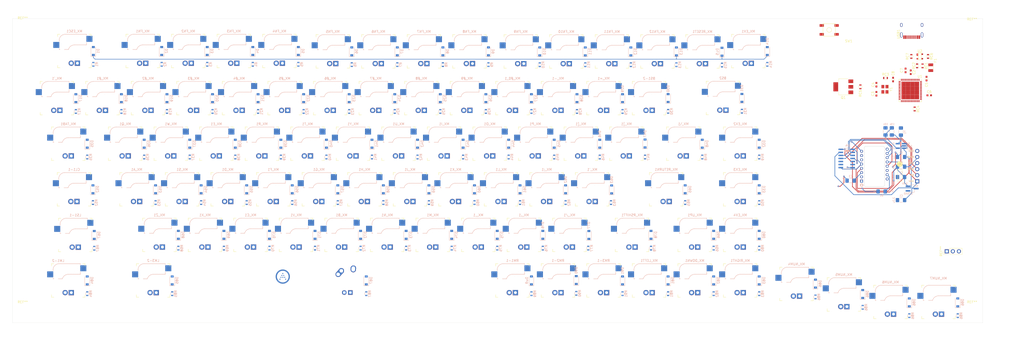
<source format=kicad_pcb>
(kicad_pcb (version 20211014) (generator pcbnew)
  (layers (0 "F.Cu" signal) (31 "B.Cu" signal) (34 "B.Paste" user) (35 "F.Paste" user) (36 "B.SilkS" user "B.Silkscreen") (37 "F.SilkS" user "F.Silkscreen") (38 "B.Mask" user) (39 "F.Mask" user) (44 "Edge.Cuts" user))
  (net 0 "")
  (net 1 "GND")
  (net 2 "VDD_5V")
  (net 3 "VDD_3.3V")
  (net 4 "Net-(C3-Pad1)")
  (net 5 "NCS_I")
  (net 6 "MOSI_I")
  (net 7 "SCLK_I")
  (net 8 "VDD_2V")
  (net 10 "SCLK")
  (net 11 "MOSI")
  (net 12 "MISO")
  (net 13 "NCS")
  (net 22 "Net-(IC1-Pad4)")
  (net 23 "Net-(R4-Pad2)")
  (footprint "keyswitches:Kailh_socket_MX_led" (layer "F.Cu") (at 358.185 276.95)
    (fp_text reference "MX_DOWN1")
    (fp_text value "Kailh_socket_MX_led")
  )
  (footprint "keyswitches:Kailh_socket_MX_led" (layer "F.Cu") (at 377.235 276.95)
    (fp_text reference "MX_RIGHT1")
    (fp_text value "Kailh_socket_MX_led")
  )
  (footprint "keyswitches:Kailh_socket_MX_led" (layer "F.Cu") (at 329.61 219.8)
    (fp_text reference "MX_]1")
    (fp_text value "Kailh_socket_MX_led")
  )
  (footprint "keyswitches:Kailh_socket_MX_led" (layer "F.Cu") (at 342.61 181.2)
    (fp_text reference "MX_FN12")
    (fp_text value "Kailh_socket_MX_led")
  )
  (footprint "Resistors_SMD:R_0603" (layer "F.Cu") (at 437.987239 192.318739 180)
    (fp_text reference "RC3")
    (fp_text value "10k")
  )
  (footprint "keyswitches:Kailh_socket_MX_led" (layer "F.Cu") (at 224.835 200.75)
    (fp_text reference "MX_#7")
    (fp_text value "Kailh_socket_MX_led")
  )
  (footprint "keyswitches:Kailh_socket_MX_led" (layer "F.Cu") (at 165.475 181.025394)
    (fp_text reference "MX_FN3")
    (fp_text value "Kailh_socket_MX_led")
  )
  (footprint "Capacitors_SMD:C_0603" (layer "F.Cu") (at 434.177239 195.112739 -90)
    (fp_text reference "C4")
    (fp_text value "22pF")
  )
  (footprint "Capacitors_SMD:C_0603" (layer "F.Cu") (at 455.132239 192.572739 90)
    (fp_text reference "C5")
    (fp_text value "1uF")
  )
  (footprint "Capacitors_SMD:C_0603" (layer "F.Cu") (at 441.162239 192.953739 90)
    (fp_text reference "C8")
    (fp_text value "0.1uF")
  )
  (footprint "keyswitches:Kailh_socket_MX_led" (layer "F.Cu") (at 153.3975 257.9)
    (fp_text reference "MX_X1")
    (fp_text value "Kailh_socket_MX_led")
  )
  (footprint "keyswitches:Kailh_socket_MX_led stab" (layer "F.Cu") (at 98.8 181.025394)
    (fp_text reference "MX_ESC1")
    (fp_text value "Kailh_socket_MX_led stab")
  )
  (footprint "keyswitches:Kailh_socket_MX_led" (layer "F.Cu") (at 191.4975 257.9)
    (fp_text reference "MX_V1")
    (fp_text value "Kailh_socket_MX_led")
  )
  (footprint "keyswitches:Kailh_socket_MX_led" (layer "F.Cu") (at 243.885 200.75)
    (fp_text reference "MX_#8")
    (fp_text value "Kailh_socket_MX_led")
  )
  (footprint "Capacitors_SMD:C_0603" (layer "F.Cu") (at 448.528239 189.905739 90)
    (fp_text reference "C2")
    (fp_text value "1uF")
  )
  (footprint "Resistors_SMD:R_0603" (layer "F.Cu") (at 451.195239 187.238739 -90)
    (fp_text reference "RC2")
    (fp_text value "22")
  )
  (footprint "Molex-0548190589:SKQG-1155865" (layer "F.Cu") (at 414.435 172.2)
    (fp_text reference "SW1")
    (fp_text value "SW_Push")
  )
  (footprint "keyswitches:Kailh_socket_MX_led" (layer "F.Cu") (at 143.8725 238.85)
    (fp_text reference "MX_S1")
    (fp_text value "Kailh_socket_MX_led")
  )
  (footprint "keyswitches:Kailh_socket_MX_led" (layer "F.Cu") (at 281.96 276.95)
    (fp_text reference "RM1-1")
    (fp_text value "Kailh_socket_MX_led")
  )
  (footprint "Capacitors_SMD:C_0603" (layer "F.Cu") (at 446.369239 189.143739 -90)
    (fp_text reference "C7")
    (fp_text value "0.1uF")
  )
  (footprint "keyswitches:Kailh_socket_MX_led" (layer "F.Cu") (at 291.51 219.8)
    (fp_text reference "MX_P1")
    (fp_text value "Kailh_socket_MX_led")
  )
  (footprint "keyswitches:Kailh_socket_MX_led" (layer "F.Cu") (at 258.1725 238.85)
    (fp_text reference "MX_K1")
    (fp_text value "Kailh_socket_MX_led")
  )
  (footprint "keyswitches:Kailh_socket_MX_led" (layer "F.Cu") (at 310.56 219.8)
    (fp_text reference "MX_[1")
    (fp_text value "Kailh_socket_MX_led")
  )
  (footprint "keyswitches:Kailh_socket_MX_led" (layer "F.Cu") (at 229.5975 257.9)
    (fp_text reference "MX_N1")
    (fp_text value "Kailh_socket_MX_led")
  )
  (footprint "Resistors_SMD:R_0603" (layer "F.Cu") (at 448.782239 183.301739 -90)
    (fp_text reference "RC7")
    (fp_text value "5k1")
  )
  (footprint "Crystals:Crystal_SMD_3225-4pin_3.2x2.5mm" (layer "F.Cu") (at 437.733239 197.017739 90)
    (fp_text reference "Y1")
    (fp_text value "16MHz")
  )
  (footprint "TO_SOT_Packages_SMD:SOT-223-3_TabPin2" (layer "F.Cu") (at 420.333989 195.996989 180)
    (fp_text reference "Q1")
    (fp_text value "DSS60601MZ4-13")
  )
  (footprint "keyswitches:Kailh_socket_MX_led" (layer "F.Cu") (at 225.9075 181.165397)
    (fp_text reference "MX_FN6")
    (fp_text value "Kailh_socket_MX_led")
  )
  (footprint "keyswitches:Kailh_socket_MX_led" (layer "F.Cu") (at 320.085 276.95)
    (fp_text reference "RM3-1")
    (fp_text value "Kailh_socket_MX_led")
  )
  (footprint "keyswitches:Kailh_socket_MX_led" (layer "F.Cu") (at 286.7475 257.9)
    (fp_text reference "MX_.1")
    (fp_text value "Kailh_socket_MX_led")
  )
  (footprint "keyswitches:Kailh_socket_MX_led" (layer "F.Cu") (at 239.1225 238.85)
    (fp_text reference "MX_J1")
    (fp_text value "Kailh_socket_MX_led")
  )
  (footprint "keyswitches:Kailh_socket_MX_led" (layer "F.Cu") (at 148.635 200.75)
    (fp_text reference "MX_#3")
    (fp_text value "Kailh_socket_MX_led")
  )
  (footprint "keyswitches:Kailh_socket_MX_led" (layer "F.Cu") (at 331.99125 257.9)
    (fp_text reference "MX_RSHIFT1")
    (fp_text value "Kailh_socket_MX_led")
  )
  (footprint "keyswitches:Kailh_socket_MX_led" (layer "F.Cu") (at 96.2475 276.95)
    (fp_text reference "LM1-2")
    (fp_text value "MX-1.5U")
  )
  (footprint "keyswitches:Kailh_socket_MX_led" (layer "F.Cu") (at 301.035 200.75)
    (fp_text reference "MX_-1")
    (fp_text value "Kailh_socket_MX_led")
  )
  (footprint "keyswitches:Kailh_socket_MX_led" (layer "F.Cu") (at 110.535 200.75)
    (fp_text reference "MX_#1")
    (fp_text value "Kailh_socket_MX_led")
  )
  (footprint "keyswitches:Kailh_socket_MX_led" (layer "F.Cu") (at 98.62875 238.85)
    (fp_text reference "CL1-1")
    (fp_text value "Kailh_socket_MX_led")
  )
  (footprint "Capacitors_SMD:C_0603" (layer "F.Cu") (at 456.275239 199.557739)
    (fp_text reference "C6")
    (fp_text value "0.1uF")
  )
  (footprint "keyswitches:Kailh_socket_MX_led" (layer "F.Cu") (at 177.21 219.8)
    (fp_text reference "MX_R1")
    (fp_text value "Kailh_socket_MX_led")
  )
  (footprint "keyswitches:Kailh_socket_MX_led" (layer "F.Cu") (at 124.8225 238.85)
    (fp_text reference "MX_A1")
    (fp_text value "Kailh_socket_MX_led")
  )
  (footprint "keyswitches:Kailh_socket_MX_led" (layer "F.Cu") (at 304.51 181.2)
    (fp_text reference "MX_FN10")
    (fp_text value "Kailh_socket_MX_led")
  )
  (footprint "keyswitches:Kailh_socket_MX_led" (layer "F.Cu") (at 380.6075 181.090003)
    (fp_text reference "MX_EX1")
    (fp_text value "Kailh_socket_MX_led")
  )
  (footprint "Resistors_SMD:R_0603" (layer "F.Cu") (at 453.481239 187.238739 90)
    (fp_text reference "RC1")
    (fp_text value "22")
  )
  (footprint "keyswitches:Kailh_socket_MX_led stab" (layer "F.Cu") (at 346.27875 238.85)
    (fp_text reference "MX_RETURN1")
    (fp_text value "Kailh_socket_MX_led stab")
  )
  (footprint "keyswitches:Kailh_socket_MX_led" (layer "F.Cu") (at 400.7746 278.41)
    (fp_text reference "MX_NUM4")
    (fp_text value "Kailh_socket_MX_led")
  )
  (footprint "keyswitches:Kailh_socket_MX_led" (layer "F.Cu") (at 205.785 200.75)
    (fp_text reference "MX_#6")
    (fp_text value "Kailh_socket_MX_led")
  )
  (footprint "keyswitches:Kailh_socket_MX_led" (layer "F.Cu") (at 248.6475 257.9)
    (fp_text reference "MX_M1")
    (fp_text value "Kailh_socket_MX_led")
  )
  (footprint "Housings_DFN_QFN:QFN-64-1EP_9x9mm_Pitch0.5mm" (layer "F.Cu") (at 448.337739 197.525739 -90)
    (fp_text reference "U1")
    (fp_text value "AT90USB1286-AU")
  )
  (footprint "keyswitches:Kailh_socket_MX_led" (layer "F.Cu") (at 120.06 219.8)
    (fp_text reference "MX_Q1")
    (fp_text value "Kailh_socket_MX_led")
  )
  (footprint "keyswitches:Kailh_socket_MX_led" (layer "F.Cu") (at 131.7725 276.95)
    (fp_text reference "LM3-2")
    (fp_text value "Kailh_socket_MX_led")
  )
  (footprint "keyswitches:Kailh_socket_MX_led" (layer "F.Cu") (at 377.235 257.9)
    (fp_text reference "MX_EX4")
    (fp_text value "Kailh_socket_MX_led")
  )
  (footprint "keyswitches:Kailh_socket_MX_led" (layer "F.Cu") (at 146.425 181.025394)
    (fp_text reference "MX_FN2")
    (fp_text value "Kailh_socket_MX_led")
  )
  (footprint "keyswitches:Kailh_socket_MX_led" (layer "F.Cu") (at 277.2225 238.85)
    (fp_text reference "MX_L1")
    (fp_text value "Kailh_socket_MX_led")
  )
  (footprint "Resistors_SMD:R_0603" (layer "F.Cu") (at 455.767239 183.301739 -90)
    (fp_text reference "RC6")
    (fp_text value "5k1")
  )
  (footprint "keyswitches:Kailh_socket_MX_led stab" (layer "F.Cu") (at 369.9975 200.64375)
    (fp_text reference "BS2")
    (fp_text value "Kailh_socket_MX_led stab")
  )
  (footprint "keyswitches:Kailh_socket_MX_led" (layer "F.Cu") (at 139.11 219.8)
    (fp_text reference "MX_W1")
    (fp_text value "Kailh_socket_MX_led")
  )
  (footprint "keyswitches:Kailh_socket_MX_led" (layer "F.Cu") (at 296.2725 238.85)
    (fp_text reference "MX_;1")
    (fp_text value "Kailh_socket_MX_led")
  )
  (footprint "keyswitches:Kailh_socket_MX_led" (layer "F.Cu") (at 264.0075 181.165397)
    (fp_text reference "MX_FN8")
    (fp_text value "Kailh_socket_MX_led")
  )
  (footprint "keyswitches:Kailh_socket_MX_led" (layer "F.Cu") (at 262.935 200.75)
    (fp_text reference "MX_#9")
    (fp_text value "Kailh_socket_MX_led")
  )
  (footprint "MountingHole:MountingHole_3.2mm_M3" (layer "F.Cu") (at 474.185 290.2)
    (fp_text reference "REF**")
    (fp_text value "MountingHole_3.2mm_M3")
  )
  (footprint "" (layer "F.Cu") (at 432.429989 204.750987)
    (fp_text reference "")
    (fp_text value "")
  )
  (footprint "keyswitches:Kailh_socket_MX_led" (layer "F.Cu") (at 134.3475 257.9)
    (fp_text reference "MX_Z1")
    (fp_text value "Kailh_socket_MX_led")
  )
  (footprint "keyswitches:Kailh_socket_MX_led" (layer "F.Cu") (at 377.235 238.85)
    (fp_text reference "MX_EX3")
    (fp_text value "Kailh_socket_MX_led")
  )
  (footprint "keyswitches:Kailh_socket_MX_led" (layer "F.Cu") (at 91.485 200.75)
    (fp_text reference "MX_`1")
    (fp_text value "Kailh_socket_MX_led")
  )
  (footprint "keyswitches:Kailh_socket_MX_led" (layer "F.Cu") (at 186.735 200.75)
    (fp_text reference "MX_#5")
    (fp_text value "Kailh_socket_MX_led")
  )
  (footprint "keyswitches:Kailh_socket_MX_led" (layer "F.Cu") (at 210.5475 257.9)
    (fp_text reference "MX_B1")
    (fp_text value "Kailh_socket_MX_led")
  )
  (footprint "keyswitches:Kailh_socket_MX_led" (layer "F.Cu") (at 253.41 219.8)
    (fp_text reference "MX_I1")
    (fp_text value "Kailh_socket_MX_led")
  )
  (footprint "keyswitches:Kailh_socket_MX_led" (layer "F.Cu") (at 315.3225 238.85)
    (fp_text reference "MX_'1")
    (fp_text value "Kailh_socket_MX_led")
  )
  (footprint "keyswitches:Kailh_socket_MX_led" (layer "F.Cu") (at 234.36 219.8)
    (fp_text reference "MX_U1")
    (fp_text value "Kailh_socket_MX_led")
  )
  (footprint "MountingHole:MountingHole_3.2mm_M3" (layer "F.Cu") (at 474.185 171.95)
    (fp_text reference "REF**")
    (fp_text value "MountingHole_3.2mm_M3")
  )
  (footprint "Capacitors_SMD:C_0603" (layer "F.Cu") (at 434.177239 198.922739 90)
    (fp_text reference "C3")
    (fp_text value "22pF")
  )
  (footprint "keyswitches:Kailh_socket_MX_led" (layer "F.Cu") (at 162.9225 238.85)
    (fp_text reference "MX_D1")
    (fp_text value "Kailh_socket_MX_led")
  )
  (footprint "MX_Alps_Hybrid:MX-6.25U-ReversedStabilizers" (layer "F.Cu") (at 212.92875 276.95)
    (fp_text reference "SP1")
    (fp_text value "MX-6.25U")
  )
  (footprint "keyswitches:Kailh_socket_MX_led" (layer "F.Cu") (at 361.435 181.2)
    (fp_text reference "MX_RESET1")
    (fp_text value "Kailh_socket_MX_led")
  )
  (footprint "keyswitches:Kailh_socket_MX_led" (layer "F.Cu") (at 305.7975 257.9)
    (fp_text reference "MX_/1")
    (fp_text value "Kailh_socket_MX_led")
  )
  (footprint "keyswitches:Kailh_socket_MX_led" (layer "F.Cu") (at 460.1346 285.95)
    (fp_text reference "MX_NUM7")
    (fp_text value "Kailh_socket_MX_led")
  )
  (footprint "keyswitches:Kailh_socket_MX_led" (layer "F.Cu") (at 339.135 276.95)
    (fp_text reference "MX_LEFT1")
    (fp_text value "Kailh_socket_MX_led")
  )
  (footprint "keyswitches:Kailh_socket_MX_led" (layer "F.Cu") (at 181.9725 238.85)
    (fp_text reference "MX_F1")
    (fp_text value "Kailh_socket_MX_led")
  )
  (footprint "keyswitches:Kailh_socket_MX_led" (layer "F.Cu") (at 184.525 181.025394)
    (fp_text reference "MX_FN4")
    (fp_text value "Kailh_socket_MX_led")
  )
  (footprint "keyswitches:Kailh_socket_MX_led" (layer "F.Cu") (at 440.07 285.95)
    (fp_text reference "MX_NUM6")
    (fp_text value "Kailh_socket_MX_led")
  )
  (footprint "Connector_PinHeader_2.54mm:PinHeader_1x06_P2.54mm_Vertical" (layer "F.Cu") (at 451.249 222.812)
    (fp_text reference "J1" hide)
    (fp_text value "Conn_01x06_Female")
  )
  (footprint "keyswitches:Kailh_socket_MX_led" (layer "F.Cu") (at 281.985 200.75)
    (fp_text reference "MX_#0_1")
    (fp_text value "Kailh_socket_MX_led")
  )
  (footprint "Connector_PinHeader_2.54mm:PinHeader_1x03_P2.54mm_Vertical" (layer "F.Cu") (at 463.597011 264.793012 90)
    (fp_text reference "REF**")
    (fp_text value "PinHeader_1x03_P2.54mm_Vertical")
  )
  (footprint "keyswitches:Kailh_socket_MX_led" (layer "F.Cu") (at 127.375 181.025394)
    (fp_text reference "MX_FN1")
    (fp_text value "Kailh_socket_MX_led")
  )
  (footprint "Fuse_Holders_and_Fuses:Fuse_SMD1206_Reflow" (layer "F.Cu") (at 456.910239 188.000739 90)
    (fp_text reference "F1")
    (fp_text value "500mA")
  )
  (footprint "keyswitches:Kailh_socket_MX_led stab" (layer "F.Cu") (at 99.185 257.95)
    (fp_text reference "LS1-1")
    (fp_text value "Kailh_socket_MX_led stab")
  )
  (footprint "keyswitches:Kailh_socket_MX_led" (layer "F.Cu") (at 323.56 181.2)
    (fp_text reference "MX_FN11")
    (fp_text value "Kailh_socket_MX_led")
  )
  (footprint "keyswitches:Kailh_socket_MX_led" (layer "F.Cu") (at 320.085 200.75)
    (fp_text reference "MX_=1")
    (fp_text value "Kailh_socket_MX_led")
  )
  (footprint "keyswitches:Kailh_socket_MX_led" (layer "F.Cu") (at 285.46 181.2)
    (fp_text reference "MX_FN9")
    (fp_text value "Kailh_socket_MX_led")
  )
  (footprint "keyswitches:Kailh_socket_MX_led" (layer "F.Cu") (at 301.035 276.95)
    (fp_text reference "RM2-1")
    (fp_text value "Kailh_socket_MX_led")
  )
  (footprint "keyswitches:Kailh_socket_MX_led" (layer "F.Cu") (at 244.9575 181.165397)
    (fp_text reference "MX_FN7")
    (fp_text value "Kailh_socket_MX_led")
  )
  (footprint "keyswitches:Kailh_socket_MX_led" (layer "F.Cu") (at 196.26 219.8)
    (fp_text reference "MX_T1")
    (fp_text value "Kailh_socket_MX_led")
  )
  (footprint "keyswitches:Kailh_socket_MX_led" (layer "F.Cu") (at 358.185 257.9)
    (fp_text reference "MX_UP1")
    (fp_text value "Kailh_socket_MX_led")
  )
  (footprint "keyswitches:Kailh_socket_MX_led" (layer "F.Cu") (at 215.31 219.8)
    (fp_text reference "MX_Y1")
    (fp_text value "Kailh_socket_MX_led")
  )
  (footprint "keyswitches:Kailh_socket_MX_led" (layer "F.Cu") (at 272.46 219.8)
    (fp_text reference "MX_O1")
    (fp_text value "Kailh_socket_MX_led")
  )
  (footprint "locallib:SOT143B" (layer "F.Cu") (at 452.338239 183.301739 -90)
    (fp_text reference "U2")
    (fp_text value "PRTR5V0U2X")
  )
  (footprint "MountingHole:MountingHole_3.2mm_M3" (layer "F.Cu") (at 77.185 290.2)
    (fp_text reference "REF**")
    (fp_text value "MountingHole_3.2mm_M3")
  )
  (footprint "keyswitches:Kailh_socket_MX_led" (layer "F.Cu") (at 96.2475 219.8)
    (fp_text reference "MX_TAB1")
    (fp_text value "Kailh_socket_MX_led")
  )
  (footprint "keyswitches:Kailh_socket_MX_led" (layer "F.Cu") (at 267.6975 257.9)
    (fp_text reference "MX_,1")
    (fp_text value "Kailh_socket_MX_led")
  )
  (footprint "keyswitches:Kailh_socket_MX_led" (layer "F.Cu") (at 167.685 200.75)
    (fp_text reference "MX_#4")
    (fp_text value "Kailh_socket_MX_led")
  )
  (footprint "keyswitches:Kailh_socket_MX_led" (layer "F.Cu") (at 220.0725 238.85)
    (fp_text reference "MX_H1")
    (fp_text value "Kailh_socket_MX_led")
  )
  (footprint "keyswitches:Kailh_socket_MX_led" (layer "F.Cu") (at 420.57 282.8046)
    (fp_text reference "MX_NUM5")
    (fp_text value "Kailh_socket_MX_led")
  )
  (footprint "keyswitches:Kailh_socket_MX_led" (layer "F.Cu") (at 339.135 200.75)
    (fp_text reference "BS1-2")
    (fp_text value "Kailh_socket_MX_led")
  )
  (footprint "keyswitches:Kailh_socket_MX_led" (layer "F.Cu") (at 172.4475 257.9)
    (fp_text reference "MX_C1")
    (fp_text value "Kailh_socket_MX_led")
  )
  (footprint "keyswitches:Kailh_socket_MX_led" (layer "F.Cu") (at 377.235 219.8)
    (fp_text reference "MX_EX2")
    (fp_text value "Kailh_socket_MX_led")
  )
  (footprint "keyswitches:Kailh_socket_MX_led" (layer "F.Cu") (at 353.4225 219.8)
    (fp_text reference "MX_\\1")
    (fp_text value "Kailh_socket_MX_led")
  )
  (footprint "Resistors_SMD:R_0603" (layer "F.Cu") (at 427.477739 195.996989 -90)
    (fp_text reference "RC5")
    (fp_text value "1.5k")
  )
  (footprint "keyswitches:Kailh_socket_MX_led" (layer "F.Cu") (at 158.16 219.8)
    (fp_text reference "MX_E1")
    (fp_text value "Kailh_socket_MX_led")
  )
  (footprint "MountingHole:MountingHole_3.2mm_M3" (layer "F.Cu") (at 77.185 171.45)
    (fp_text reference "REF**")
    (fp_text value "MountingHole_3.2mm_M3")
  )
  (footprint "keyswitches:Kailh_socket_MX_led" (layer "F.Cu") (at 129.585 200.75)
    (fp_text reference "MX_#2")
    (fp_text value "Kailh_socket_MX_led")
  )
  (footprint "Resistors_SMD:R_0603" (layer "F.Cu") (at 450.179239 205.272739 -90)
    (fp_text reference "RC4")
    (fp_text value "1k")
  )
  (footprint "Type-C:HRO-TYPE-C-31-M-12-Assembly" (layer "F.Cu") (at 448.935 167.5375 180)
    (fp_text reference "USB1")
    (fp_text value "HRO-TYPE-C-31-M-12")
  )
  (footprint "keyswitches:Kailh_socket_MX_led" (layer "F.Cu") (at 206.8575 181.165397)
    (fp_text reference "MX_FN5")
    (fp_text value "Kailh_socket_MX_led")
  )
  (footprint "keyswitches:Kailh_socket_MX_led" (layer "F.Cu") (at 201.0225 238.85)
    (fp_text reference "MX_G1")
    (fp_text value "Kailh_socket_MX_led")
  )
  (footprint "local:DIP-16_W10.16mm" (layer "B.Cu") (at 429.085 236.95)
    (fp_text reference "U2" hide)
    (fp_text value "PMW3360DM-T2QU")
  )
  (footprint "Resistor_SMD:R_1206_3216Metric_Pad1.42x1.75mm_HandSolder" (layer "B.Cu") (at 444.484 229.406)
    (fp_text reference "R1")
    (fp_text value "10k")
  )
  (footprint "Resistors_SMD:R_0603" (layer "B.Cu") (at 304.21 244.40625 90)
    (fp_text reference "R62")
    (fp_text value "1k")
  )
  (footprint "Resistors_SMD:R_0603" (layer "B.Cu") (at 247.06 244.40625 90)
    (fp_text reference "R59")
    (fp_text value "1k")
  )
  (footprint "Resistors_SMD:R_0603" (layer "B.Cu") (at 173.4125 186.581644 90)
    (fp_text reference "R4")
    (fp_text value "1k")
  )
  (footprint "Resistors_SMD:R_0603" (layer "B.Cu") (at 232.7725 206.30625 90)
    (fp_text reference "R24")
    (fp_text value "1k")
  )
  (footprint "Diodes_SMD:D_SOD-123" (layer "B.Cu") (at 361.36 219.8 90)
    (fp_text reference "D48")
    (fp_text value "SOD-323")
  )
  (footprint "Resistors_SMD:R_0603" (layer "B.Cu") (at 428.4425 288.1946 90)
    (fp_text reference "R86")
    (fp_text value "1k")
  )
  (footprint "Resistors_SMD:R_0603" (layer "B.Cu") (at 135.3125 186.581644 90)
    (fp_text reference "R2")
    (fp_text value "1k")
  )
  (footprint "Resistors_SMD:R_0603" (layer "B.Cu") (at 223.2475 225.35625 90)
    (fp_text reference "R41")
    (fp_text value "1k")
  )
  (footprint "Diodes_SMD:D_SOD-123" (layer "B.Cu") (at 213.7225 200.75 90)
    (fp_text reference "D23")
    (fp_text value "SOD-323")
  )
  (footprint "Resistors_SMD:R_0603" (layer "B.Cu") (at 293.3975 186.75625 90)
    (fp_text reference "R10")
    (fp_text value "1k")
  )
  (footprint "Diodes_SMD:D_SOD-123" (layer "B.Cu") (at 347.085 200.7 90)
    (fp_text reference "D30")
    (fp_text value "SOD-323")
  )
  (footprint "Resistors_SMD:R_0603" (layer "B.Cu") (at 107.1225 263.50625 90)
    (fp_text reference "R67")
    (fp_text value "1k")
  )
  (footprint "Diodes_SMD:D_SOD-123" (layer "B.Cu") (at 285.16 238.85 90)
    (fp_text reference "D61")
    (fp_text value "SOD-323")
  )
  (footprint "Resistors_SMD:R_0603" (layer "B.Cu") (at 313.685 263.45 90)
    (fp_text reference "R77")
    (fp_text value "1k")
  )
  (footprint "Diodes_SMD:D_SOD-123" (layer "B.Cu") (at 293.3975 181.2 90)
    (fp_text reference "D10")
    (fp_text value "SOD-323")
  )
  (footprint "Resistors_SMD:R_0603" (layer "B.Cu") (at 251.8225 206.30625 90)
    (fp_text reference "R25")
    (fp_text value "1k")
  )
  (footprint "local:SOIC127P600X175-14N" (layer "B.Cu") (at 421.774 225.962 180)
    (fp_text reference "U4")
    (fp_text value "TXS0104EDR")
  )
  (footprint "Capacitor_SMD:C_1206_3216Metric_Pad1.42x1.75mm_HandSolder" (layer "B.Cu") (at 423.402 235.248 180)
    (fp_text reference "C3")
    (fp_text value "4.7uF")
  )
  (footprint "Resistors_SMD:R_0603" (layer "B.Cu") (at 369.6075 186.896253 90)
    (fp_text reference "R15")
    (fp_text value "1k")
  )
  (footprint "Resistors_SMD:R_0603" (layer "B.Cu") (at 104.185 225.35625 90)
    (fp_text reference "R35")
    (fp_text value "1k")
  )
  (footprint "Resistors_SMD:R_0603" (layer "B.Cu") (at 175.6225 206.30625 90)
    (fp_text reference "R21")
    (fp_text value "1k")
  )
  (footprint "Diodes_SMD:D_SOD-123" (layer "B.Cu") (at 369.6075 181.340003 90)
    (fp_text reference "D15")
    (fp_text value "SOD-323")
  )
  (footprint "Diodes_SMD:D_SOD-123" (layer "B.Cu") (at 247.06 238.85 90)
    (fp_text reference "D59")
    (fp_text value "SOD-323")
  )
  (footprint "Resistors_SMD:R_0603" (layer "B.Cu") (at 147.0475 225.35625 90)
    (fp_text reference "R37")
    (fp_text value "1k")
  )
  (footprint "Resistors_SMD:R_0603" (layer "B.Cu") (at 242.2975 225.35625 90)
    (fp_text reference "R42")
    (fp_text value "1k")
  )
  (footprint "Diodes_SMD:D_SOD-123" (layer "B.Cu") (at 289.935 276.95 90)
    (fp_text reference "D89")
    (fp_text value "SOD-323")
  )
  (footprint "Diodes_SMD:D_SOD-123" (layer "B.Cu") (at 175.6225 200.75 90)
    (fp_text reference "D21")
    (fp_text value "SOD-323")
  )
  (footprint "Resistors_SMD:R_0603" (layer "B.Cu") (at 266.11 244.40625 90)
    (fp_text reference "R60")
    (fp_text value "1k")
  )
  (footprint "Resistors_SMD:R_0603" (layer "B.Cu") (at 285.16 244.40625 90)
    (fp_text reference "R61")
    (fp_text value "1k")
  )
  (footprint "Package_TO_SOT_SMD:TSOT-23_HandSoldering" (layer "B.Cu") (at 449.124 238.562)
    (fp_text reference "U1")
    (fp_text value "XC6206P332MR")
  )
  (footprint "Diodes_SMD:D_SOD-123" (layer "B.Cu") (at 308.9725 200.75 90)
    (fp_text reference "D28")
    (fp_text value "SOD-323")
  )
  (footprint "Resistors_SMD:R_0603" (layer "B.Cu") (at 194.6725 206.30625 90)
    (fp_text reference "R22")
    (fp_text value "1k")
  )
  (footprint "Diodes_SMD:D_SOD-123" (layer "B.Cu") (at 142.285 257.9 90)
    (fp_text reference "D68")
    (fp_text value "SOD-323")
  )
  (footprint "Resistors_SMD:R_0603" (layer "B.Cu") (at 99.4225 206.30625 90)
    (fp_text reference "R17")
    (fp_text value "1k")
  )
  (footprint "Diodes_SMD:D_SOD-123" (layer "B.Cu") (at 135.3125 181.025394 90)
    (fp_text reference "D2")
    (fp_text value "SOD-323")
  )
  (footprint "Resistors_SMD:R_0603" (layer "B.Cu") (at 328.0225 206.30625 90)
    (fp_text reference "R29")
    (fp_text value "1k")
  )
  (footprint "Diodes_SMD:D_SOD-123" (layer "B.Cu") (at 170.86 238.85 90)
    (fp_text reference "D55")
    (fp_text value "SOD-323")
  )
  (footprint "Resistors_SMD:R_0603" (layer "B.Cu") (at 185.1475 225.35625 90)
    (fp_text reference "R39")
    (fp_text value "1k")
  )
  (footprint "Resistors_SMD:R_0603" (layer "B.Cu") (at 237.535 263.45625 90)
    (fp_text reference "R73")
    (fp_text value "1k")
  )
  (footprint "Resistors_SMD:R_0603" (layer "B.Cu") (at 385.1725 225.35625 90)
    (fp_text reference "R49")
    (fp_text value "1k")
  )
  (footprint "Diodes_SMD:D_SOD-123" (layer "B.Cu") (at 185.1475 219.8 90)
    (fp_text reference "D39")
    (fp_text value "SOD-323")
  )
  (footprint "Resistors_SMD:R_0603" (layer "B.Cu") (at 252.895 186.721647 90)
    (fp_text reference "R8")
    (fp_text value "1k")
  )
  (footprint "Diodes_SMD:D_SOD-123" (layer "B.Cu") (at 237.535 257.9 90)
    (fp_text reference "D73")
    (fp_text value "SOD-323")
  )
  (footprint "Diodes_SMD:D_SOD-123" (layer "B.Cu") (at 328.0225 276.95 90)
    (fp_text reference "D91")
    (fp_text value "SOD-323")
  )
  (footprint "Diodes_SMD:D_SOD-123" (layer "B.Cu") (at 408.6971 278.3 90)
    (fp_text reference "D86")
    (fp_text value "SOD-323")
  )
  (footprint "Resistors_SMD:R_0603" (layer "B.Cu") (at 139.71 282.50625 90)
    (fp_text reference "R85")
    (fp_text value "1k")
  )
  (footprint "Resistors_SMD:R_0603" (layer "B.Cu") (at 328.0225 282.50625 90)
    (fp_text reference "R91")
    (fp_text value "1k")
  )
  (footprint "Resistors_SMD:R_0603" (layer "B.Cu") (at 137.5225 206.30625 90)
    (fp_text reference "R19")
    (fp_text value "1k")
  )
  (footprint "Diodes_SMD:D_SOD-123" (layer "B.Cu") (at 366.1225 257.9 90)
    (fp_text reference "D66")
    (fp_text value "SOD-323")
  )
  (footprint "Diodes_SMD:D_SOD-123" (layer "B.Cu") (at 388.5575 181.040003 90)
    (fp_text reference "D14")
    (fp_text value "SOD-323")
  )
  (footprint "Diodes_SMD:D_SOD-123" (layer "B.Cu") (at 118.4725 200.75 90)
    (fp_text reference "D18")
    (fp_text value "SOD-323")
  )
  (footprint "Resistors_SMD:R_0603" (layer "B.Cu") (at 261.3475 225.35625 90)
    (fp_text reference "R43")
    (fp_text value "1k")
  )
  (footprint "Resistors_SMD:R_0603" (layer "B.Cu") (at 180.385 263.45625 90)
    (fp_text reference "R70")
    (fp_text value "1k")
  )
  (footprint "Diodes_SMD:D_SOD-123" (layer "B.Cu") (at 313.935 257.95 90)
    (fp_text reference "D77")
    (fp_text value "SOD-323")
  )
  (footprint "Resistors_SMD:R_0603" (layer "B.Cu") (at 366.1225 263.45625 90)
    (fp_text reference "R66")
    (fp_text value "1k")
  )
  (footprint "Diodes_SMD:D_SOD-123" (layer "B.Cu") (at 106.7375 181.025394 90)
    (fp_text reference "D1")
    (fp_text value "SOD-323")
  )
  (footprint "Resistors_SMD:R_0603" (layer "B.Cu") (at 156.5725 206.30625 90)
    (fp_text reference "R20")
    (fp_text value "1k")
  )
  (footprint "Diodes_SMD:D_SOD-123" (layer "B.Cu") (at 447.935 286.14375 90)
    (fp_text reference "D86")
    (fp_text value "SOD-323")
  )
  (footprint "Diodes_SMD:D_SOD-123" (layer "B.Cu") (at 242.2975 219.8 90)
    (fp_text reference "D42")
    (fp_text value "SOD-323")
  )
  (footprint "Resistors_SMD:R_0603" (layer "B.Cu") (at 208.96 244.40625 90)
    (fp_text reference "R57")
    (fp_text value "1k")
  )
  (footprint "Resistors_SMD:R_0603" (layer "B.Cu") (at 132.76 244.40625 90)
    (fp_text reference "R53")
    (fp_text value "1k")
  )
  (footprint "Resistors_SMD:R_0603" (layer "B.Cu") (at 385.1725 282.50625 90)
    (fp_text reference "R83")
    (fp_text value "1k")
  )
  (footprint "Diodes_SMD:D_SOD-123" (layer "B.Cu") (at 232.7725 200.75 90)
    (fp_text reference "D24")
    (fp_text value "SOD-323")
  )
  (footprint "Capacitor_SMD:C_1206_3216Metric_Pad1.42x1.75mm_HandSolder" (layer "B.Cu") (at 444.484 243.376 180)
    (fp_text reference "C1")
    (fp_text value "2.2uF")
  )
  (footprint "Resistors_SMD:R_0603" (layer "B.Cu") (at 388.5575 186.596253 90)
    (fp_text reference "R14")
    (fp_text value "1k")
  )
  (footprint "Diodes_SMD:D_SOD-123" (layer "B.Cu") (at 308.685 276.8 90)
    (fp_text reference "D90")
    (fp_text value "SOD-323")
  )
  (footprint "Diodes_SMD:D_SOD-123" (layer "B.Cu") (at 173.4125 181.025394 90)
    (fp_text reference "D4")
    (fp_text value "SOD-323")
  )
  (footprint "Diodes_SMD:D_SOD-123" (layer "B.Cu") (at 137.5225 200.75 90)
    (fp_text reference "D19")
    (fp_text value "SOD-323")
  )
  (footprint "Diodes_SMD:D_SOD-123" (layer "B.Cu") (at 271.945 181.165397 90)
    (fp_text reference "D9")
    (fp_text value "SOD-323")
  )
  (footprint "Diodes_SMD:D_SOD-123" (layer "B.Cu") (at 385.1725 219.8 90)
    (fp_text reference "D32")
    (fp_text value "SOD-323")
  )
  (footprint "Resistors_SMD:R_0603" (layer "B.Cu") (at 256.585 263.45625 90)
    (fp_text reference "R74")
    (fp_text value "1k")
  )
  (footprint "Diodes_SMD:D_SOD-123" (layer "B.Cu") (at 204.1975 219.8 90)
    (fp_text reference "D40")
    (fp_text value "SOD-323")
  )
  (footprint "Resistors_SMD:R_0603" (layer "B.Cu") (at 166.0975 225.35625 90)
    (fp_text reference "R38")
    (fp_text value "1k")
  )
  (footprint "Diodes_SMD:D_SOD-123" (layer "B.Cu") (at 350.5475 181.2 90)
    (fp_text reference "D13")
    (fp_text value "SOD-323")
  )
  (footprint "Resistors_SMD:R_0603" (layer "B.Cu") (at 289.935 282.50625 90)
    (fp_text reference "R89")
    (fp_text value "1k")
  )
  (footprint "Resistors_SMD:R_0603" (layer "B.Cu") (at 385.1725 244.40625 90)
    (fp_text reference "R50")
    (fp_text value "1k")
  )
  (footprint "Resistors_SMD:R_0603" (layer "B.Cu") (at 361.36 225.35625 90)
    (fp_text reference "R48")
    (fp_text value "1k")
  )
  (footprint "Resistors_SMD:R_0603" (layer "B.Cu") (at 377.935 206.2 90)
    (fp_text reference "R31")
    (fp_text value "1k")
  )
  (footprint "Diodes_SMD:D_SOD-123" (layer "B.Cu") (at 154.3625 181.025394 90)
    (fp_text reference "D3")
    (fp_text value "SOD-323")
  )
  (footprint "Diodes_SMD:D_SOD-123" (layer "B.Cu") (at 256.585 257.9 90)
    (fp_text reference "D74")
    (fp_text value "SOD-323")
  )
  (footprint "Resistors_SMD:R_0603" (layer "B.Cu") (at 468.1996 291.7 90)
    (fp_text reference "R86")
    (fp_text value "1k")
  )
  (footprint "Diodes_SMD:D_SOD-123" (layer "B.Cu") (at 304.21 238.85 90)
    (fp_text reference "D62")
    (fp_text value "SOD-323")
  )
  (footprint "Resistors_SMD:R_0603" (layer "B.Cu") (at 189.91 244.40625 90)
    (fp_text reference "R56")
    (fp_text value "1k")
  )
  (footprint "Diodes_SMD:D_SOD-123" (layer "B.Cu") (at 180.385 257.9 90)
    (fp_text reference "D70")
    (fp_text value "SOD-323")
  )
  (footprint "Resistors_SMD:R_0603" (layer "B.Cu") (at 104.185 282.50625 90)
    (fp_text reference "R84")
    (fp_text value "1k")
  )
  (footprint "Resistors_SMD:R_0603" (layer "B.Cu") (at 339.92875 263.45625 90)
    (fp_text reference "R78")
    (fp_text value "1k")
  )
  (footprint "Resistors_SMD:R_0603" (layer "B.Cu") (at 347.0725 282.50625 90)
    (fp_text reference "R81")
    (fp_text value "1k")
  )
  (footprint "Diodes_SMD:D_SOD-123" (layer "B.Cu") (at 104.185 219.8 90)
    (fp_text reference "D35")
    (fp_text value "SOD-323")
  )
  (footprint "Resistors_SMD:R_0603" (layer "B.Cu") (at 312.4475 186.75625 90)
    (fp_text reference "R11")
    (fp_text value "1k")
  )
  (footprint "Resistors_SMD:R_0603" (layer "B.Cu") (at 142.285 263.45625 90)
    (fp_text reference "R68")
    (fp_text value "1k")
  )
  (footprint "Diodes_SMD:D_SOD-123" (layer "B.Cu") (at 337.435 219.7 90)
    (fp_text reference "D47")
    (fp_text value "SOD-323")
  )
  (footprint "Diodes_SMD:D_SOD-123" (layer "B.Cu") (at 166.0975 219.8 90)
    (fp_text reference "D38")
    (fp_text value "SOD-323")
  )
  (footprint "Diodes_SMD:D_SOD-123" (layer "B.Cu") (at 139.71 276.95 90)
    (fp_text reference "D85")
    (fp_text value "SOD-323")
  )
  (footprint "Diodes_SMD:D_SOD-123" (layer "B.Cu") (at 270.8725 200.75 90)
    (fp_text reference "D26")
    (fp_text value "SOD-323")
  )
  (footprint "Resistors_SMD:R_0603" (layer "B.Cu") (at 280.3975 225.35625 90)
    (fp_text reference "R44")
    (fp_text value "1k")
  )
  (footprint "Diodes_SMD:D_SOD-123" (layer "B.Cu") (at 194.6725 200.75 90)
    (fp_text reference "D22")
    (fp_text value "SOD-323")
  )
  (footprint "Diodes_SMD:D_SOD-123" (layer "B.Cu") (at 261.3475 219.8 90)
    (fp_text reference "D43")
    (fp_text value "SOD-323")
  )
  (footprint "Diodes_SMD:D_SOD-123" (layer "B.Cu") (at 233.845 181.165397 90)
    (fp_text reference "D7")
    (fp_text value "SOD-323")
  )
  (footprint "Resistors_SMD:R_0603" (layer "B.Cu") (at 408.6971 283.85625 90)
    (fp_text reference "R86")
    (fp_text value "1k")
  )
  (footprint "Diodes_SMD:D_SOD-123" (layer "B.Cu") (at 318.4975 219.8 90)
    (fp_text reference "D46")
    (fp_text value "SOD-323")
  )
  (footprint "Resistors_SMD:R_0603" (layer "B.Cu") (at 199.435 263.45625 90)
    (fp_text reference "R71")
    (fp_text value "1k")
  )
  (footprint "Resistors_SMD:R_0603" (layer "B.Cu") (at 106.56625 244.40625 90)
    (fp_text reference "R52")
    (fp_text value "1k")
  )
  (footprint "Diodes_SMD:D_SOD-123" (layer "B.Cu") (at 132.76 238.85 90)
    (fp_text reference "D53")
    (fp_text value "SOD-323")
  )
  (footprint "Diodes_SMD:D_SOD-123" (layer "B.Cu") (at 339.92875 257.9 90)
    (fp_text reference "D78")
    (fp_text value "SOD-323")
  )
  (footprint "Resistors_SMD:R_0603" (layer "B.Cu") (at 228.01 244.40625 90)
    (fp_text reference "R58")
    (fp_text value "1k")
  )
  (footprint "Resistors_SMD:R_0603" (layer "B.Cu") (at 154.3625 186.581644 90)
    (fp_text reference "R3")
    (fp_text value "1k")
  )
  (footprint "local:AP7331" (layer "B.Cu") (at 444.424 220.712 180)
    (fp_text reference "IC1")
    (fp_text value "AP7335-WG-7" hide)
  )
  (footprint "Resistors_SMD:R_0603" (layer "B.Cu") (at 331.4975 186.75625 90)
    (fp_text reference "R12")
    (fp_text value "1k")
  )
  (footprint "Capacitor_SMD:C_1206_3216Metric_Pad1.42x1.75mm_HandSolder" (layer "B.Cu") (at 444.484 225.342 180)
    (fp_text reference "C4")
    (fp_text value "1uF")
  )
  (footprint "Diodes_SMD:D_SOD-123" (layer "B.Cu") (at 266.11 238.85 90)
    (fp_text reference "D60")
    (fp_text value "SOD-323")
  )
  (footprint "Diodes_SMD:D_SOD-123" (layer "B.Cu") (at 214.795 181.165397 90)
    (fp_text reference "D6")
    (fp_text value "SOD-323")
  )
  (footprint "Diodes_SMD:D_SOD-123" (layer "B.Cu") (at 251.8225 200.75 90)
    (fp_text reference "D25")
    (fp_text value "SOD-323")
  )
  (footprint "Diodes_SMD:D_SOD-123" (layer "B.Cu") (at 151.81 238.85 90)
    (fp_text reference "D54")
    (fp_text value "SOD-323")
  )
  (footprint "Resistors_SMD:R_0603" (layer "B.Cu") (at 161.335 263.45625 90)
    (fp_text reference "R69")
    (fp_text value "1k")
  )
  (footprint "Resistors_SMD:R_0603" (layer "B.Cu") (at 192.4625 186.581644 90)
    (fp_text reference "R5")
    (fp_text value "1k")
  )
  (footprint "Diodes_SMD:D_SOD-123" (layer "B.Cu") (at 218.485 257.9 90)
    (fp_text reference "D72")
    (fp_text value "SOD-323")
  )
  (footprint "Resistors_SMD:R_0603" (layer "B.Cu") (at 350.5475 186.75625 90)
    (fp_text reference "R13")
    (fp_text value "1k")
  )
  (footprint "Diodes_SMD:D_SOD-123" (layer "B.Cu") (at 228.01 238.85 90)
    (fp_text reference "D58")
    (fp_text value "SOD-323")
  )
  (footprint "Resistors_SMD:R_0603" (layer "B.Cu") (at 318.4975 225.35625 90)
    (fp_text reference "R46")
    (fp_text value "1k")
  )
  (footprint "Resistors_SMD:R_0603" (layer "B.Cu") (at 218.485 263.45625 90)
    (fp_text reference "R72")
    (fp_text value "1k")
  )
  (footprint "Resistors_SMD:R_0603" (layer "B.Cu") (at 151.81 244.40625 90)
    (fp_text reference "R54")
    (fp_text value "1k")
  )
  (footprint "Diodes_SMD:D_SOD-123" (layer "B.Cu") (at 107.1225 257.95 90)
    (fp_text reference "D67")
    (fp_text value "SOD-323")
  )
  (footprint "Diodes_SMD:D_SOD-123" (layer "B.Cu") (at 106.56625 238.85 90)
    (fp_text reference "D52")
    (fp_text value "SOD-323")
  )
  (footprint "Diodes_SMD:D_SOD-123" (layer "B.Cu") (at 312.4475 181.2 90)
    (fp_text reference "D11")
    (fp_text value "SOD-323")
  )
  (footprint "Resistors_SMD:R_0603" (layer "B.Cu") (at 299.4475 225.35625 90)
    (fp_text reference "R45")
    (fp_text value "1k")
  )
  (footprint "Resistor_SMD:R_1206_3216Metric_Pad1.42x1.75mm_HandSolder" (layer "B.Cu") (at 440.624 214.662 -90)
    (fp_text reference "R3")
    (fp_text value "15k")
  )
  (footprint "Diodes_SMD:D_SOD-123" (layer "B.Cu") (at 189.91 238.85 90)
    (fp_text reference "D56")
    (fp_text value "SOD-323")
  )
  (footprint "Resistors_SMD:R_0603" (layer "B.Cu") (at 289.9225 206.30625 90)
    (fp_text reference "R27")
    (fp_text value "1k")
  )
  (footprint "Diodes_SMD:D_SOD-123" (layer "B.Cu") (at 147.0475 219.8 90)
    (fp_text reference "D37")
    (fp_text value "SOD-323")
  )
  (footprint "Capacitor_SMD:C_1206_3216Metric_Pad1.42x1.75mm_HandSolder" (layer "B.Cu") (at 444.424 214.712 90)
    (fp_text reference "C5")
    (fp_text value "1uF")
  )
  (footprint "Diodes_SMD:D_SOD-123" (layer "B.Cu") (at 328.0225 200.75 90)
    (fp_text reference "D29")
    (fp_text value "SOD-323")
  )
  (footprint "Resistor_SMD:R_1206_3216Metric_Pad1.42x1.75mm_HandSolder" (layer "B.Cu") (at 437.974 214.662 90)
    (fp_text reference "R2")
    (fp_text value "10k")
  )
  (footprint "Resistors_SMD:R_0603" (layer "B.Cu") (at 294.685 263.45625 90)
    (fp_text reference "R76")
    (fp_text value "1k")
  )
  (footprint "Resistors_SMD:R_0603" (layer "B.Cu") (at 213.7225 206.30625 90)
    (fp_text reference "R23")
    (fp_text value "1k")
  )
  (footprint "Diodes_SMD:D_SOD-123" (layer "B.Cu") (at 299.4475 219.8 90)
    (fp_text reference "D45")
    (fp_text value "SOD-323")
  )
  (footprint "Diodes_SMD:D_SOD-123" (layer "B.Cu") (at 192.4625 181.025394 90)
    (fp_text reference "D5")
    (fp_text value "SOD-323")
  )
  (footprint "Resistors_SMD:R_0603" (layer "B.Cu") (at 220.86625 282.50625 90)
    (fp_text reference "R87")
    (fp_text value "1k")
  )
  (footprint "Diodes_SMD:D_SOD-123" (layer "B.Cu") (at 294.685 257.9 90)
    (fp_text reference "D76")
    (fp_text value "SOD-323")
  )
  (footprint "Diodes_SMD:D_SOD-123" (layer "B.Cu") (at 428.4425 282.63835 90)
    (fp_text reference "D86")
    (fp_text value "SOD-323")
  )
  (footprint "Resistors_SMD:R_0603" (layer "B.Cu") (at 347.085 206.25625 90)
    (fp_text reference "R30")
    (fp_text value "1k")
  )
  (footprint "Diodes_SMD:D_SOD-123" (layer "B.Cu") (at 161.335 257.9 90)
    (fp_text reference "D69")
    (fp_text value "SOD-323")
  )
  (footprint "Diodes_SMD:D_SOD-123" (layer "B.Cu") (at 323.46 238.9 90)
    (fp_text reference "D63")
    (fp_text value "SOD-323")
  )
  (footprint "locallib:ai-ring-6mm-FancyAss" (layer "B.Cu") (at 185.94125 275.3625 180)
    (fp_text reference "G***" hide)
    (fp_text value "LOGO" hide)
  )
  (footprint "Resistors_SMD:R_0603" (layer "B.Cu") (at 118.4725 206.30625 90)
    (fp_text reference "R18")
    (fp_text value "1k")
  )
  (footprint "Resistors_SMD:R_0603" (layer "B.Cu") (at 354.21625 244.40625 90)
    (fp_text reference "R65")
    (fp_text value "1k")
  )
  (footprint "Diodes_SMD:D_SOD-123" (layer "B.Cu") (at 99.4225 200.75 90)
    (fp_text reference "D17")
    (fp_text value "SOD-323")
  )
  (footprint "Resistors_SMD:R_0603" (layer "B.Cu") (at 275.635 263.45625 90)
    (fp_text reference "R75")
    (fp_text value "1k")
  )
  (footprint "Resistors_SMD:R_0603" (layer "B.Cu") (at 385.1725 263.45625 90)
    (fp_text reference "R80")
    (fp_text value "1k")
  )
  (footprint "Diodes_SMD:D_SOD-123" (layer "B.Cu") (at 127.9975 219.8 90)
    (fp_text reference "D36")
    (fp_text value "SOD-323")
  )
  (footprint "Resistors_SMD:R_0603" (layer "B.Cu") (at 214.795 186.721647 90)
    (fp_text reference "R6")
    (fp_text value "1k")
  )
  (footprint "Capacitor_SMD:C_1206_3216Metric_Pad1.42x1.75mm_HandSolder" (layer "B.Cu") (at 444.484 233.724 180)
    (fp_text reference "C2")
    (fp_text value "10uF")
  )
  (footprint "Diodes_SMD:D_SOD-123" (layer "B.Cu") (at 385.1725 276.95 90)
    (fp_text reference "D83")
    (fp_text value "SOD-323")
  )
  (footprint "Diodes_SMD:D_SOD-123" (layer "B.Cu") (at 280.3975 219.8 90)
    (fp_text reference "D44")
    (fp_text value "SOD-323")
  )
  (footprint "Diodes_SMD:D_SOD-123" (layer "B.Cu") (at 104.185 276.95 90)
    (fp_text reference "D84")
    (fp_text value "SOD-323")
  )
  (footprint "Resistors_SMD:R_0603" (layer "B.Cu") (at 170.86 244.40625 90)
    (fp_text reference "R55")
    (fp_text value "1k")
  )
  (footprint "Diodes_SMD:D_SOD-123" (layer "B.Cu") (at 385.1725 238.85 90)
    (fp_text reference "D33")
    (fp_text value "SOD-323")
  )
  (footprint "Diodes_SMD:D_SOD-123" (layer "B.Cu") (at 354.21625 238.85 90)
    (fp_text reference "D65")
    (fp_text value "SOD-323")
  )
  (footprint "Diodes_SMD:D_SOD-123" (layer "B.Cu") (at 220.86625 276.95 90)
    (fp_text reference "D87")
    (fp_text value "SOD-323")
  )
  (footprint "Resistors_SMD:R_0603" (layer "B.Cu") (at 233.845 186.721647 90)
    (fp_text reference "R7")
    (fp_text value "1k")
  )
  (footprint "Resistors_SMD:R_0603" (layer "B.Cu") (at 127.9975 225.35625 90)
    (fp_text reference "R36")
    (fp_text value "1k")
  )
  (footprint "Diodes_SMD:D_SOD-123" (layer "B.Cu") (at 347.0725 276.95 90)
    (fp_text reference "D81")
    (fp_text value "SOD-323")
  )
  (footprint "Diodes_SMD:D_SOD-123" (layer "B.Cu") (at 208.96 238.85 90)
    (fp_text reference "D57")
    (fp_text value "SOD-323")
  )
  (footprint "Diodes_SMD:D_SOD-123" (layer "B.Cu") (at 468.1996 286.14375 90)
    (fp_text reference "D86")
    (fp_text value "SOD-323")
  )
  (footprint "Diodes_SMD:D_SOD-123" (layer "B.Cu") (at 331.4975 181.2 90)
    (fp_text reference "D12")
    (fp_text value "SOD-323")
  )
  (footprint "Resistors_SMD:R_0603" (layer "B.Cu") (at 308.685 282.35625 90)
    (fp_text reference "R90")
    (fp_text value "1k")
  )
  (footprint "Diodes_SMD:D_SOD-123" (layer "B.Cu") (at 199.435 257.9 90)
    (fp_text reference "D71")
    (fp_text value "SOD-323")
  )
  (footprint "Diodes_SMD:D_SOD-123" (layer "B.Cu") (at 289.9225 200.75 90)
    (fp_text reference "D27")
    (fp_text value "SOD-323")
  )
  (footprint "Resistors_SMD:R_0603" (layer "B.Cu") (at 447.935 291.7 90)
    (fp_text reference "R86")
    (fp_text value "1k")
  )
  (footprint "Resistors_SMD:R_0603" (layer "B.Cu") (at 366.1225 282.50625 90)
    (fp_text reference "R82")
    (fp_text value "1k")
  )
  (footprint "Resistor_SMD:R_1206_3216Metric_Pad1.42x1.75mm_HandSolder" (layer "B.Cu") (at 436.374 239.762)
    (fp_text reference "R4")
    (fp_text value "39")
  )
  (footprint "Resistors_SMD:R_0603" (layer "B.Cu") (at 308.9725 206.30625 90)
    (fp_text reference "R28")
    (fp_text value "1k")
  )
  (footprint "locallib:ai-ring-6mm-FancyAss-Mask" (layer "B.Cu") (at 185.94125 275.3625 180)
    (fp_text reference "G***" hide)
    (fp_text value "LOGO" hide)
  )
  (footprint "Diodes_SMD:D_SOD-123" (layer "B.Cu") (at 275.635 257.9 90)
    (fp_text reference "D75")
    (fp_text value "SOD-323")
  )
  (footprint "Diodes_SMD:D_SOD-123" (layer "B.Cu") (at 377.935 200.64375 90)
    (fp_text reference "D31")
    (fp_text value "SOD-323")
  )
  (footprint "Resistors_SMD:R_0603" (layer "B.Cu") (at 337.435 225.35625 90)
    (fp_text reference "R47")
    (fp_text value "1k")
  )
  (footprint "Resistors_SMD:R_0603" (layer "B.Cu") (at 106.7375 186.581644 90)
    (fp_text reference "R1")
    (fp_text value "1k")
  )
  (footprint "Resistors_SMD:R_0603" (layer "B.Cu") (at 204.1975 225.35625 90)
    (fp_text reference "R40")
    (fp_text value "1k")
  )
  (footprint "Diodes_SMD:D_SOD-123" (layer "B.Cu") (at 385.1725 257.9 90)
    (fp_text reference "D80")
    (fp_text value "SOD-323")
  )
  (footprint "Resistors_SMD:R_0603" (layer "B.Cu") (at 270.8725 206.30625 90)
    (fp_text reference "R26")
    (fp_text value "1k")
  )
  (footprint "Diodes_SMD:D_SOD-123" (layer "B.Cu") (at 252.895 181.165397 90)
    (fp_text reference "D8")
    (fp_text value "SOD-323")
  )
  (footprint "Diodes_SMD:D_SOD-123" (layer "B.Cu") (at 366.1225 276.95 90)
    (fp_text reference "D82")
    (fp_text value "SOD-323")
  )
  (footprint "Resistors_SMD:R_0603" (layer "B.Cu") (at 271.945 186.721647 90)
    (fp_text reference "R9")
    (fp_text value "1k")
  )
  (footprint "Diodes_SMD:D_SOD-123" (layer "B.Cu") (at 223.2475 219.8 90)
    (fp_text reference "D41")
    (fp_text value "SOD-323")
  )
  (footprint "Diodes_SMD:D_SOD-123" (layer "B.Cu") (at 156.5725 200.75 90)
    (fp_text reference "D20")
    (fp_text value "SOD-323")
  )
  (footprint "Resistors_SMD:R_0603" (layer "B.Cu") (at 323.185 244.40625 90)
    (fp_text reference "R63")
    (fp_text value "1k")
  )
  (gr_circle (center 428.014 237.092) (end 428.535536 237.092) (layer "B.SilkS") (width 0.3) (fill none))
  (gr_rect (start 420.824 222.412) (end 422.924 223.212) (layer "B.SilkS") (width 0.12) (fill solid))
  (gr_rect (start 443.074 230.662) (end 444.924 235.512) (layer "F.SilkS") (width 0.12) (fill none))
  (gr_circle (center 443.924 228.312) (end 445.057578 228.312) (layer "F.SilkS") (width 0.12) (fill solid))
  (gr_line (start 429.586 237.700001) (end 437.086 237.700001) (layer "Edge.Cuts") (width 0.1))
  (gr_line (start 429.086 237.200001) (end 429.086 221.450001) (layer "Edge.Cuts") (width 0.1))
  (gr_rect (start 72.935 167.45) (end 478.685 294.7) (layer "Edge.Cuts") (width 0.05) (fill none))
  (gr_line (start 429.586 220.950001) (end 437.086 220.950001) (layer "Edge.Cuts") (width 0.1))
  (gr_arc (start 429.586 237.700001) (mid 429.232446 237.553554) (end 429.086 237.200001) (layer "Edge.Cuts") (width 0.1))
  (gr_line (start 437.586 221.450001) (end 437.586 237.200001) (layer "Edge.Cuts") (width 0.1))
  (gr_arc (start 437.086 220.950001) (mid 437.439553 221.096448) (end 437.586 221.450001) (layer "Edge.Cuts") (width 0.1))
  (gr_arc (start 437.586 237.200001) (mid 437.439553 237.553554) (end 437.086 237.700001) (layer "Edge.Cuts") (width 0.1))
  (gr_arc (start 429.086 221.450001) (mid 429.232446 221.096447) (end 429.586 220.950001) (layer "Edge.Cuts") (width 0.1))
  (gr_text "2.2u" (at 441.474 243.362 90) (layer "B.SilkS") (effects (font (size 0.75 0.75) (thickness 0.1)) (justify mirror)))
  (gr_text "MOSI" (at 448.552 230.402) (layer "B.SilkS") (effects (font (size 0.75 0.75) (thickness 0.1)) (justify mirror)))
  (gr_text "10u" (at 441.374 233.812 90) (layer "B.SilkS") (effects (font (size 0.75 0.75) (thickness 0.1)) (justify mirror)))
  (gr_text "1u" (at 446.174 214.962 270) (layer "B.SilkS") (effects (font (size 0.75 0.75) (thickness 0.1)) (justify mirror)))
  (gr_text "+5V" (at 448.766286 235.442) (layer "B.SilkS") (effects (font (size 0.75 0.75) (thickness 0.1)) (justify mirror)))
  (gr_text "GND" (at 446.774 240.662) (layer "B.SilkS") (effects (font (size 0.75 0.75) (thickness 0.1)) (justify mirror)))
  (gr_text "5V" (at 450.974 237.512) (layer "B.SilkS") (effects (font (size 0.75 0.75) (thickness 0.1)) (justify mirror)))
  (gr_text "GND" (at 448.766286 222.842) (layer "B.SilkS") (effects (font (size 0.75 0.75) (thickness 0.1)) (justify mirror)))
  (gr_text "GND" (at 440.194 239.672) (layer "B.SilkS") (effects (font (size 0.75 0.75) (thickness 0.1)) (justify mirror)))
  (gr_text "10k" (at 441.374 229.442 90) (layer "B.SilkS") (effects (font (size 0.75 0.75) (thickness 0.1)) (justify mirror)))
  (gr_text "EN" (at 447.524 221.862) (layer "B.SilkS") (effects (font (size 0.75 0.75) (thickness 0.1)) (justify mirror)))
  (gr_text "10k" (at 438.074 211.612) (layer "B.SilkS") (effects (font (size 0.75 0.75) (thickness 0.1)) (justify mirror)))
  (gr_text "5V" (at 447.524 219.762) (layer "B.SilkS") (effects (font (size 0.75 0.75) (thickness 0.1)) (justify mirror)))
  (gr_text "15k" (at 440.724 211.612) (layer "B.SilkS") (effects (font (size 0.75 0.75) (thickness 0.1)) (justify mirror)))
  (gr_text "2V" (at 441.199 219.762) (layer "B.SilkS") (effects (font (size 0.75 0.75) (thickness 0.1)) (justify mirror)))
  (gr_text "GND" (at 447.988286 220.812) (layer "B.SilkS") (effects (font (size 0.75 0.75) (thickness 0.1)) (justify mirror)))
  (gr_text "SS" (at 449.194857 232.922) (layer "B.SilkS") (effects (font (size 0.75 0.75) (thickness 0.1)) (justify mirror)))
  (gr_text "39" (at 433.424 239.662 90) (layer "B.SilkS") (effects (font (size 0.75 0.75) (thickness 0.1)) (justify mirror)))
  (gr_text "1u" (at 441.374 225.392 90) (layer "B.SilkS") (effects (font (size 0.75 0.75) (thickness 0.1)) (justify mirror)))
  (gr_text "MISO" (at 448.552 225.362) (layer "B.SilkS") (effects (font (size 0.75 0.75) (thickness 0.1)) (justify mirror)))
  (gr_text "3.3V" (at 446.074 236.462) (layer "B.SilkS") (effects (font (size 0.75 0.75) (thickness 0.1)) (justify mirror)))
  (gr_text "ADJ" (at 440.974 221.662) (layer "B.SilkS") (effects (font (size 0.75 0.75) (thickness 0.1)) (justify mirror)))
  (gr_text "4.7u" (at 420.324 235.262 90) (layer "B.SilkS") (effects (font (size 0.75 0.75) (thickness 0.1)) (justify mirror)))
  (gr_text "SCK" (at 448.802 227.882) (layer "B.SilkS") (effects (font (size 0.75 0.75) (thickness 0.1)) (justify mirror)))
  (gr_text "SS" (at 449.216857 232.922) (layer "F.SilkS") (effects (font (size 0.75 0.75) (thickness 0.1))))
  (gr_text "SCK" (at 448.824 227.882) (layer "F.SilkS") (effects (font (size 0.75 0.75) (thickness 0.1))))
  (gr_text "GND" (at 448.788286 222.842) (layer "F.SilkS") (effects (font (size 0.75 0.75) (thickness 0.1))))
  (gr_text "MISO" (at 448.574 225.362) (layer "F.SilkS") (effects (font (size 0.75 0.75) (thickness 0.1))))
  (gr_text "MOSI" (at 448.574 230.402) (layer "F.SilkS") (effects (font (size 0.75 0.75) (thickness 0.1))))
  (gr_text "+5V" (at 448.788286 235.442) (layer "F.SilkS") (effects (font (size 0.75 0.75) (thickness 0.1))))
  (segment (start 387.185 184.45) (end 388.5575 183.0775) (width 0.2) (layer "B.Cu") (net 0))
  (segment (start 369.685 184.45) (end 387.185 184.45) (width 0.2) (layer "B.Cu") (net 0))
  (segment (start 106.7375 183.7525) (end 107.435 184.45) (width 0.2) (layer "B.Cu") (net 0))
  (segment (start 388.5575 183.0775) (end 388.5575 182.690003) (width 0.2) (layer "B.Cu") (net 0))
  (segment (start 369.6075 182.990003) (end 369.6075 184.3725) (width 0.2) (layer "B.Cu") (net 0))
  (segment (start 350.685 184.45) (end 369.685 184.45) (width 0.2) (layer "B.Cu") (net 0))
  (segment (start 350.5475 182.85) (end 350.5475 184.3125) (width 0.2) (layer "B.Cu") (net 0))
  (segment (start 369.6075 184.3725) (end 369.685 184.45) (width 0.2) (layer "B.Cu") (net 0))
  (segment (start 107.435 184.45) (end 350.685 184.45) (width 0.2) (layer "B.Cu") (net 0))
  (segment (start 350.5475 184.3125) (end 350.685 184.45) (width 0.2) (layer "B.Cu") (net 0))
  (segment (start 106.7375 182.675394) (end 106.7375 183.7525) (width 0.2) (layer "B.Cu") (net 0))
  (segment (start 442.174 228.362) (end 441.024 229.512) (width 0.25) (layer "F.Cu") (net 1))
  (segment (start 420.608 236.07101) (end 419.06701 237.612) (width 0.25) (layer "F.Cu") (net 1))
  (segment (start 420.608 233.47) (end 420.608 236.07101) (width 0.25) (layer "F.Cu") (net 1))
  (segment (start 419.06701 237.612) (end 418.274 237.612) (width 0.25) (layer "F.Cu") (net 1))
  (segment (start 442.174 223.412) (end 442.174 228.362) (width 0.25) (layer "F.Cu") (net 1))
  (via (at 442.174 223.412) (size 0.6) (drill 0.3) (layers "F.Cu" "B.Cu") (net 1))
  (via (at 418.274 237.612) (size 0.6) (drill 0.3) (layers "F.Cu" "B.Cu") (net 1))
  (via (at 423.874 219.062) (size 0.6) (drill 0.3) (layers "F.Cu" "B.Cu") (net 1))
  (via (at 441.024 229.512) (size 0.6) (drill 0.3) (layers "F.Cu" "B.Cu") (net 1))
  (via (at 422.074 229.662) (size 0.6) (drill 0.3) (layers "F.Cu" "B.Cu") (net 1))
  (via (at 420.608 233.47) (size 0.6) (drill 0.3) (layers "F.Cu" "B.Cu") (net 1))
  (segment (start 442.9965 225.342) (end 442.9965 224.2345) (width 0.25) (layer "B.Cu") (net 1))
  (segment (start 442.9965 224.2345) (end 442.174 223.412) (width 0.25) (layer "B.Cu") (net 1))
  (segment (start 424.249 229.772) (end 422.184 229.772) (width 0.25) (layer "B.Cu") (net 1))
  (segment (start 444.424 221.162) (end 444.874 220.712) (width 0.25) (layer "B.Cu") (net 1))
  (segment (start 444.874 220.712) (end 445.724 220.712) (width 0.25) (layer "B.Cu") (net 1))
  (segment (start 442.9965 225.342) (end 444.424 223.9145) (width 0.25) (layer "B.Cu") (net 1))
  (segment (start 444.424 223.9145) (end 444.424 221.162) (width 0.25) (layer "B.Cu") (net 1))
  (segment (start 427.985 222.97) (end 424.077 219.062) (width 0.25) (layer "B.Cu") (net 1))
  (segment (start 421.9145 235.248) (end 421.9145 234.7765) (width 0.25) (layer "B.Cu") (net 1))
  (segment (start 422.184 229.772) (end 422.074 229.662) (width 0.25) (layer "B.Cu") (net 1))
  (segment (start 424.077 219.062) (end 423.874 219.062) (width 0.25) (layer "B.Cu") (net 1))
  (segment (start 421.9145 234.7765) (end 420.608 233.47) (width 0.25) (layer "B.Cu") (net 1))
  (segment (start 426.485411 240.036999) (end 424.164 237.715588) (width 0.25) (layer "F.Cu") (net 2))
  (segment (start 447.843989 226.300011) (end 447.843989 231.888011) (width 0.25) (layer "F.Cu") (net 2))
  (segment (start 439.695001 240.036999) (end 426.485411 240.036999) (width 0.25) (layer "F.Cu") (net 2))
  (segment (start 447.843989 226.300011) (end 447.92299 226.22101) (width 0.25) (layer "F.Cu") (net 2))
  (segment (start 424.164 227.752) (end 420.974 224.562) (width 0.25) (layer "F.Cu") (net 2))
  (segment (start 420.974 224.562) (end 420.974 222.162) (width 0.25) (layer "F.Cu") (net 2))
  (segment (start 447.843989 226.300011) (end 447.843989 232.106989) (width 0.25) (layer "F.Cu") (net 2))
  (segment (start 424.164 233.652) (end 424.164 228.252) (width 0.25) (layer "F.Cu") (net 2))
  (segment (start 424.164 237.715588) (end 424.164 233.652) (width 0.25) (layer "F.Cu") (net 2))
  (segment (start 447.843989 231.888011) (end 439.695001 240.036999) (width 0.25) (layer "F.Cu") (net 2))
  (segment (start 447.92299 226.22101) (end 447.92299 226.104) (width 0.25) (layer "F.Cu") (net 2))
  (segment (start 447.843989 232.106989) (end 451.249 235.512) (width 0.25) (layer "F.Cu") (net 2))
  (segment (start 424.164 228.252) (end 424.164 227.752) (width 0.25) (layer "F.Cu") (net 2))
  (via (at 420.974 222.162) (size 0.6) (drill 0.3) (layers "F.Cu" "B.Cu") (net 2))
  (via (at 447.92299 226.104) (size 0.6) (drill 0.3) (layers "F.Cu" "B.Cu") (net 2))
  (segment (start 445.724 222.362) (end 446.649011 223.287011) (width 0.25) (layer "B.Cu") (net 2))
  (segment (start 445.724 221.662) (end 445.724 222.362) (width 0.25) (layer "B.Cu") (net 2))
  (segment (start 446.874 221.662) (end 445.724 221.662) (width 0.25) (layer "B.Cu") (net 2))
  (segment (start 446.949011 221.586989) (end 446.874 221.662) (width 0.25) (layer "B.Cu") (net 2))
  (segment (start 419.309 222.162) (end 419.299 222.152) (width 0.25) (layer "B.Cu") (net 2))
  (segment (start 446.949011 219.837011) (end 446.949011 221.586989) (width 0.25) (layer "B.Cu") (net 2))
  (segment (start 448.967215 238.605215) (end 449.292215 238.280215) (width 0.25) (layer "B.Cu") (net 2))
  (segment (start 446.649011 224.664489) (end 445.9715 225.342) (width 0.25) (layer "B.Cu") (net 2))
  (segment (start 446.874 219.762) (end 446.949011 219.837011) (width 0.25) (layer "B.Cu") (net 2))
  (segment (start 420.974 222.162) (end 419.309 222.162) (width 0.25) (layer "B.Cu") (net 2))
  (segment (start 449.574 238.562) (end 449.292215 238.280215) (width 0.25) (layer "B.Cu") (net 2))
  (segment (start 445.9715 243.376) (end 448.967215 240.380285) (width 0.25) (layer "B.Cu") (net 2))
  (segment (start 445.724 219.762) (end 446.874 219.762) (width 0.25) (layer "B.Cu") (net 2))
  (segment (start 447.16099 225.342) (end 447.92299 226.104) (width 0.25) (layer "B.Cu") (net 2))
  (segment (start 446.649011 223.287011) (end 446.649011 224.664489) (width 0.25) (layer "B.Cu") (net 2))
  (segment (start 451.249 236.323431) (end 451.249 235.512) (width 0.25) (layer "B.Cu") (net 2))
  (segment (start 445.686 225.0565) (end 445.9715 225.342) (width 0.25) (layer "B.Cu") (net 2))
  (segment (start 445.9715 225.342) (end 447.16099 225.342) (width 0.25) (layer "B.Cu") (net 2))
  (segment (start 449.292215 238.280215) (end 451.249 236.323431) (width 0.25) (layer "B.Cu") (net 2))
  (segment (start 450.834 238.562) (end 449.574 238.562) (width 0.25) (layer "B.Cu") (net 2))
  (segment (start 448.967215 240.380285) (end 448.967215 238.605215) (width 0.25) (layer "B.Cu") (net 2))
  (segment (start 425.688 238.603176) (end 425.688 230.607) (width 0.25) (layer "F.Cu") (net 3))
  (segment (start 425.688 230.607) (end 427.985 228.31) (width 0.25) (layer "F.Cu") (net 3))
  (segment (start 439.003436 239.586988) (end 426.671812 239.586988) (width 0.25) (layer "F.Cu") (net 3))
  (segment (start 441.436 237.154424) (end 439.003436 239.586988) (width 0.25) (layer "F.Cu") (net 3))
  (segment (start 426.671812 239.586988) (end 425.688 238.603176) (width 0.25) (layer "F.Cu") (net 3))
  (segment (start 441.436 235.248) (end 441.436 237.154424) (width 0.25) (layer "F.Cu") (net 3))
  (via (at 441.436 235.248) (size 0.6) (drill 0.3) (layers "F.Cu" "B.Cu") (net 3))
  (segment (start 425.897989 230.397011) (end 427.985 228.31) (width 0.25) (layer "B.Cu") (net 3))
  (segment (start 447.409 237.612) (end 445.9715 236.1745) (width 0.25) (layer "B.Cu") (net 3))
  (segment (start 419.924011 230.397011) (end 425.897989 230.397011) (width 0.25) (layer "B.Cu") (net 3))
  (segment (start 442.9965 229.406) (end 442.9965 230.749) (width 0.25) (layer "B.Cu") (net 3))
  (segment (start 426.174 223.392) (end 426.174 226.499) (width 0.25) (layer "B.Cu") (net 3))
  (segment (start 442.9965 230.749) (end 445.9715 233.724) (width 0.25) (layer "B.Cu") (net 3))
  (segment (start 442.9965 229.406) (end 441.436 230.9665) (width 0.25) (layer "B.Cu") (net 3))
  (segment (start 419.299 229.772) (end 419.924011 230.397011) (width 0.25) (layer "B.Cu") (net 3))
  (segment (start 445.9715 233.724) (end 445.9715 236.1745) (width 0.25) (layer "B.Cu") (net 3))
  (segment (start 426.174 226.499) (end 427.985 228.31) (width 0.25) (layer "B.Cu") (net 3))
  (segment (start 441.436 230.9665) (end 441.436 235.248) (width 0.25) (layer "B.Cu") (net 3))
  (segment (start 424.249 222.152) (end 424.934 222.152) (width 0.25) (layer "B.Cu") (net 3))
  (segment (start 447.414 237.612) (end 447.409 237.612) (width 0.25) (layer "B.Cu") (net 3))
  (segment (start 424.934 222.152) (end 426.174 223.392) (width 0.25) (layer "B.Cu") (net 3))
  (segment (start 424.8895 234.9655) (end 427.985 231.87) (width 0.25) (layer "B.Cu") (net 4))
  (segment (start 424.8895 235.248) (end 424.8895 234.9655) (width 0.25) (layer "B.Cu") (net 4))
  (segment (start 451.249 232.972) (end 448.548 230.271) (width 0.25) (layer "F.Cu") (net 5))
  (segment (start 444.674001 217.986999) (end 429.249001 217.986999) (width 0.25) (layer "F.Cu") (net 5))
  (segment (start 429.249001 217.986999) (end 422.274 224.962) (width 0.25) (layer "F.Cu") (net 5))
  (segment (start 448.548 221.860998) (end 444.674001 217.986999) (width 0.25) (layer "F.Cu") (net 5))
  (segment (start 448.548 230.271) (end 448.548 221.860998) (width 0.25) (layer "F.Cu") (net 5))
  (via (at 422.274 224.962) (size 0.6) (drill 0.3) (layers "F.Cu" "B.Cu") (net 5))
  (segment (start 421.274 225.962) (end 422.274 224.962) (width 0.25) (layer "B.Cu") (net 5))
  (segment (start 419.299 225.962) (end 421.274 225.962) (width 0.25) (layer "B.Cu") (net 5))
  (segment (start 451.249 230.432) (end 448.998011 228.181011) (width 0.25) (layer "F.Cu") (net 6))
  (segment (start 444.860401 217.536988) (end 428.199012 217.536988) (width 0.25) (layer "F.Cu") (net 6))
  (segment (start 428.199012 217.536988) (end 421.674 224.062) (width 0.25) (layer "F.Cu") (net 6))
  (segment (start 448.998011 221.674598) (end 444.860401 217.536988) (width 0.25) (layer "F.Cu") (net 6))
  (segment (start 448.998011 228.181011) (end 448.998011 221.674598) (width 0.25) (layer "F.Cu") (net 6))
  (via (at 421.674 224.062) (size 0.6) (drill 0.3) (layers "F.Cu" "B.Cu") (net 6))
  (segment (start 421.044 224.692) (end 421.674 224.062) (width 0.25) (layer "B.Cu") (net 6))
  (segment (start 419.299 224.692) (end 421.044 224.692) (width 0.25) (layer "B.Cu") (net 6))
  (segment (start 448.739011 230.401989) (end 448.739011 238.197009) (width 0.25) (layer "B.Cu") (net 7))
  (segment (start 443.347578 238.262011) (end 440.497589 241.112) (width 0.25) (layer "B.Cu") (net 7))
  (segment (start 448.739011 238.197009) (end 448.674009 238.262011) (width 0.25) (layer "B.Cu") (net 7))
  (segment (start 448.674009 238.262011) (end 443.347578 238.262011) (width 0.25) (layer "B.Cu") (net 7))
  (segment (start 416.798 225.238) (end 418.614 223.422) (width 0.25) (layer "B.Cu") (net 7))
  (segment (start 451.249 227.892) (end 448.739011 230.401989) (width 0.25) (layer "B.Cu") (net 7))
  (segment (start 424.694 241.112) (end 416.798 233.216) (width 0.25) (layer "B.Cu") (net 7))
  (segment (start 418.614 223.422) (end 419.299 223.422) (width 0.25) (layer "B.Cu") (net 7))
  (segment (start 440.497589 241.112) (end 424.694 241.112) (width 0.25) (layer "B.Cu") (net 7))
  (segment (start 416.798 233.216) (end 416.798 225.238) (width 0.25) (layer "B.Cu") (net 7))
  (segment (start 440.801 231.819) (end 444.374 228.246) (width 0.25) (layer "F.Cu") (net 8))
  (segment (start 440.801 237.153) (end 440.801 231.819) (width 0.25) (layer "F.Cu") (net 8))
  (segment (start 427.985 230.09) (end 426.196 231.879) (width 0.25) (layer "F.Cu") (net 8))
  (segment (start 426.196 231.879) (end 426.196 238.474764) (width 0.25) (layer "F.Cu") (net 8))
  (segment (start 444.374 228.246) (end 444.374 218.612) (width 0.25) (layer "F.Cu") (net 8))
  (segment (start 428.186764 238.474764) (end 439.479236 238.474764) (width 0.25) (layer "F.Cu") (net 8))
  (segment (start 426.196 238.474764) (end 428.186764 238.474764) (width 0.25) (layer "F.Cu") (net 8))
  (segment (start 439.479236 238.474764) (end 440.801 237.153) (width 0.25) (layer "F.Cu") (net 8))
  (via (at 428.186764 238.474764) (size 0.6) (drill 0.3) (layers "F.Cu" "B.Cu") (net 8))
  (via (at 444.374 218.612) (size 0.6) (drill 0.3) (layers "F.Cu" "B.Cu") (net 8))
  (segment (start 441.9115 216.1495) (end 444.374 218.612) (width 0.25) (layer "B.Cu") (net 8))
  (segment (start 443.124 219.762) (end 443.224 219.762) (width 0.25) (layer "B.Cu") (net 8))
  (segment (start 434.8865 239.762) (end 429.474 239.762) (width 0.25) (layer "B.Cu") (net 8))
  (segment (start 444.424 218.562) (end 444.374 218.612) (width 0.25) (layer "B.Cu") (net 8))
  (segment (start 444.424 216.1995) (end 444.424 218.562) (width 0.25) (layer "B.Cu") (net 8))
  (segment (start 429.474 239.762) (end 428.186764 238.474764) (width 0.25) (layer "B.Cu") (net 8))
  (segment (start 440.624 216.1495) (end 441.9115 216.1495) (width 0.25) (layer "B.Cu") (net 8))
  (segment (start 443.224 219.762) (end 444.374 218.612) (width 0.25) (layer "B.Cu") (net 8))
  (segment (start 422.938989 222.796989) (end 422.938989 219.072009) (width 0.25) (layer "B.Cu") (net 10))
  (segment (start 422.938989 219.072009) (end 423.573999 218.436999) (width 0.25) (layer "B.Cu") (net 10))
  (segment (start 440.166 221.278) (end 440.166 222.379) (width 0.25) (layer "B.Cu") (net 10))
  (segment (start 437.324999 218.436999) (end 440.166 221.278) (width 0.25) (layer "B.Cu") (net 10))
  (segment (start 440.166 222.379) (end 438.685 223.86) (width 0.25) (layer "B.Cu") (net 10))
  (segment (start 423.573999 218.436999) (end 437.324999 218.436999) (width 0.25) (layer "B.Cu") (net 10))
  (segment (start 423.564 223.422) (end 422.938989 222.796989) (width 0.25) (layer "B.Cu") (net 10))
  (segment (start 424.249 223.422) (end 423.564 223.422) (width 0.25) (layer "B.Cu") (net 10))
  (segment (start 422.474 223.602) (end 422.474 218.900587) (width 0.25) (layer "B.Cu") (net 11))
  (segment (start 423.564 224.692) (end 422.474 223.602) (width 0.25) (layer "B.Cu") (net 11))
  (segment (start 423.387599 217.986988) (end 437.5114 217.986988) (width 0.25) (layer "B.Cu") (net 11))
  (segment (start 440.674 221.149588) (end 440.674 223.651) (width 0.25) (layer "B.Cu") (net 11))
  (segment (start 440.674 223.651) (end 438.685 225.64) (width 0.25) (layer "B.Cu") (net 11))
  (segment (start 437.5114 217.986988) (end 440.674 221.149588) (width 0.25) (layer "B.Cu") (net 11))
  (segment (start 424.249 224.692) (end 423.564 224.692) (width 0.25) (layer "B.Cu") (net 11))
  (segment (start 422.474 218.900587) (end 423.387599 217.986988) (width 0.25) (layer "B.Cu") (net 11))
  (segment (start 443.9855 227.42) (end 438.685 227.42) (width 0.25) (layer "B.Cu") (net 12))
  (segment (start 447.7445 229.406) (end 451.249 225.9015) (width 0.25) (layer "B.Cu") (net 12))
  (segment (start 445.9715 229.406) (end 443.9855 227.42) (width 0.25) (layer "B.Cu") (net 12))
  (segment (start 445.9715 229.406) (end 447.7445 229.406) (width 0.25) (layer "B.Cu") (net 12))
  (segment (start 451.249 225.9015) (end 451.249 225.352) (width 0.25) (layer "B.Cu") (net 12))
  (segment (start 440.674 227.211) (end 440.674 220.77) (width 0.25) (layer "F.Cu") (net 13))
  (segment (start 428.436 219.5) (end 426.074 221.862) (width 0.25) (layer "F.Cu") (net 13))
  (segment (start 426.074 221.862) (end 426.074 227.962) (width 0.25) (layer "F.Cu") (net 13))
  (segment (start 439.404 219.5) (end 428.436 219.5) (width 0.25) (layer "F.Cu") (net 13))
  (segment (start 440.674 220.77) (end 439.404 219.5) (width 0.25) (layer "F.Cu") (net 13))
  (segment (start 438.685 229.2) (end 440.674 227.211) (width 0.25) (layer "F.Cu") (net 13))
  (via (at 426.074 227.962) (size 0.6) (drill 0.3) (layers "F.Cu" "B.Cu") (net 13))
  (segment (start 426.074 227.962) (end 426.074 227.102) (width 0.25) (layer "B.Cu") (net 13))
  (segment (start 424.934 225.962) (end 424.249 225.962) (width 0.25) (layer "B.Cu") (net 13))
  (segment (start 426.074 227.102) (end 424.934 225.962) (width 0.25) (layer "B.Cu") (net 13))
  (segment (start 437.974 216.1495) (end 437.974 215.8245) (width 0.25) (layer "B.Cu") (net 22))
  (segment (start 437.974 216.1495) (end 437.974 217.04702) (width 0.25) (layer "B.Cu") (net 22))
  (segment (start 437.974 215.8245) (end 440.624 213.1745) (width 0.25) (layer "B.Cu") (net 22))
  (segment (start 437.974 217.04702) (end 442.58898 221.662) (width 0.25) (layer "B.Cu") (net 22))
  (segment (start 442.58898 221.662) (end 443.124 221.662) (width 0.25) (layer "B.Cu") (net 22))
  (segment (start 438.685 232.76) (end 439.610011 233.685011) (width 0.25) (layer "B.Cu") (net 23))
  (segment (start 439.610011 233.685011) (end 439.610011 238.013489) (width 0.25) (layer "B.Cu") (net 23))
  (segment (start 439.610011 238.013489) (end 437.8615 239.762) (width 0.25) (layer "B.Cu") (net 23))
)
</source>
